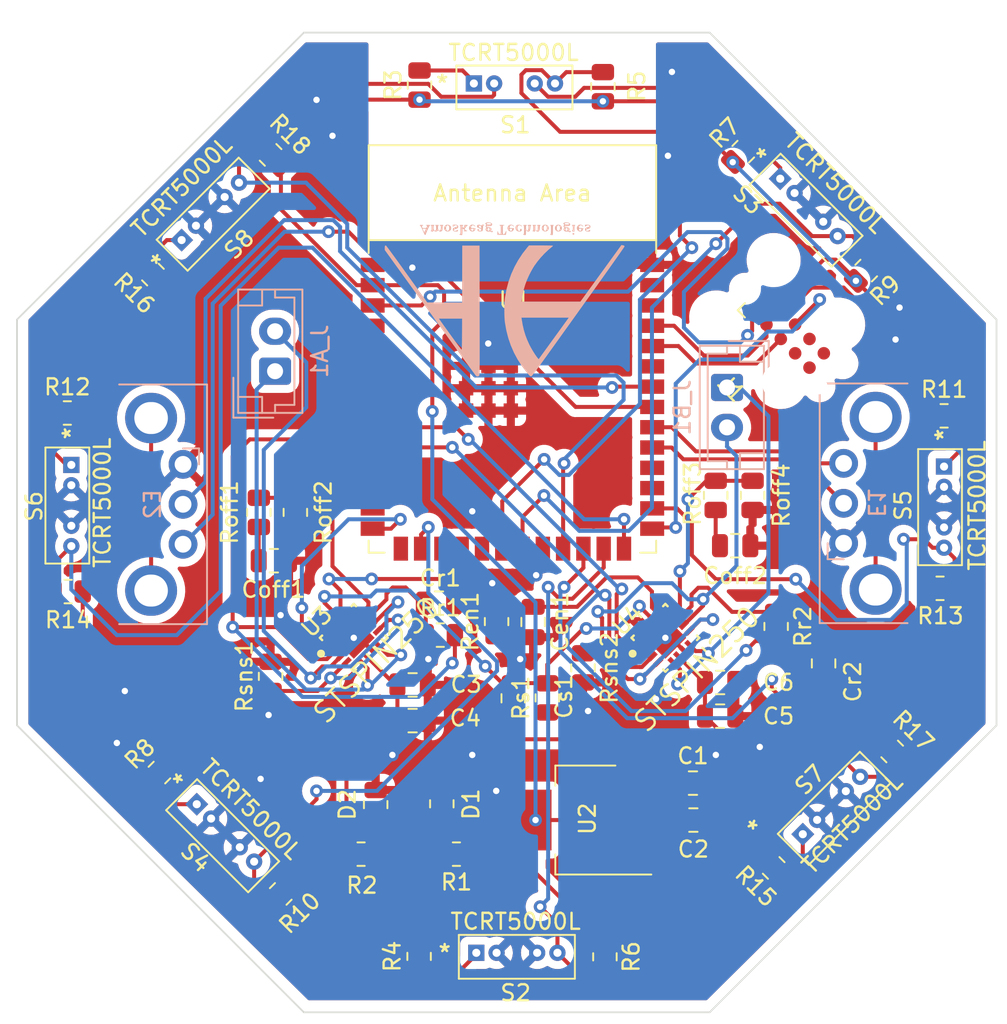
<source format=kicad_pcb>
(kicad_pcb (version 20211014) (generator pcbnew)
  (layers (0 "F.Cu" signal) (31 "B.Cu" signal) (34 "B.Paste" user) (35 "F.Paste" user) (36 "B.SilkS" user "B.Silkscreen") (37 "F.SilkS" user "F.Silkscreen") (38 "B.Mask" user) (39 "F.Mask" user) (44 "Edge.Cuts" user))
  (net 0 "")
  (net 1 "+5V")
  (net 2 "GND")
  (net 3 "+3V3")
  (net 4 "/PHB")
  (net 5 "/PWM B")
  (net 6 "/PHA")
  (net 7 "/PWM A")
  (net 8 "/Driver_A En")
  (net 9 "/Driver_A S{slash}R")
  (net 10 "Net-(Coff1-Pad1)")
  (net 11 "Net-(Coff2-Pad1)")
  (net 12 "Net-(Cr1-Pad1)")
  (net 13 "Net-(Cr2-Pad1)")
  (net 14 "Net-(D1-Pad2)")
  (net 15 "Net-(D2-Pad2)")
  (net 16 "unconnected-(E1-Pad4)")
  (net 17 "unconnected-(E2-Pad4)")
  (net 18 "/L_Signal_A")
  (net 19 "/L_Signal_B")
  (net 20 "Net-(R3-Pad2)")
  (net 21 "/R_Signal_A")
  (net 22 "/R_Signal_B")
  (net 23 "Net-(R4-Pad2)")
  (net 24 "/Motor En")
  (net 25 "Net-(R7-Pad2)")
  (net 26 "Net-(R8-Pad2)")
  (net 27 "/Motor S{slash}R")
  (net 28 "/Motor Controller Right/Motor_Out2")
  (net 29 "/Motor Controller Right/Motor_Out1")
  (net 30 "/Motor Controller Left/Motor_Out2")
  (net 31 "/Motor Controller Left/Motor_Out1")
  (net 32 "Net-(R11-Pad2)")
  (net 33 "Net-(R12-Pad2)")
  (net 34 "Net-(R15-Pad2)")
  (net 35 "Net-(R16-Pad2)")
  (net 36 "Net-(Roff1-Pad1)")
  (net 37 "Net-(Roff3-Pad1)")
  (net 38 "Net-(Rsns1-Pad1)")
  (net 39 "Net-(Rsns2-Pad1)")
  (net 40 "/Motor Controller Left/Motor Enable")
  (net 41 "/Motor Controller Left/Motor S{slash}R")
  (net 42 "/IR1")
  (net 43 "/IR5")
  (net 44 "/IR2")
  (net 45 "/IR6")
  (net 46 "/IR3")
  (net 47 "/IR7")
  (net 48 "/IR4")
  (net 49 "/IR8")
  (net 62 "/Enable")
  (net 63 "/Tx")
  (net 64 "/Rx")
  (net 65 "/Boot")
  (footprint "Capacitor_SMD:C_0805_2012Metric" (layer "F.Cu") (at 132.7658 97.8662 180)
    (fp_text reference "C3")
    (fp_text value "22 uF")
  )
  (footprint "Capacitor_SMD:C_0805_2012Metric" (layer "F.Cu") (at 158.496 96.52 -90)
    (fp_text reference "Cr2")
    (fp_text value "10000 pF")
  )
  (footprint "Resistor_SMD:R_0805_2012Metric" (layer "F.Cu") (at 133.1976 60.325 90)
    (fp_text reference "R3")
    (fp_text value "550R")
  )
  (footprint "Connector:Tag-Connect_TC2050-IDC-FP_2x05_P1.27mm_Vertical" (layer "F.Cu") (at 156.265165 75.765165 -45)
    (fp_text reference "J1")
    (fp_text value "PRG")
  )
  (footprint "Capacitor_SMD:C_0805_2012Metric" (layer "F.Cu") (at 150.3172 104.013)
    (fp_text reference "C1")
    (fp_text value "2.2 µF")
  )
  (footprint "Resistor_SMD:R_0805_2012Metric" (layer "F.Cu") (at 124.5108 110.9472 -135)
    (fp_text reference "R10")
    (fp_text value "1.5K")
  )
  (footprint "Resistor_SMD:R_0805_2012Metric" (layer "F.Cu") (at 165.7858 91.821)
    (fp_text reference "R13")
    (fp_text value "1.5K")
  )
  (footprint "Resistor_SMD:R_0805_2012Metric" (layer "F.Cu") (at 155.3718 109.3216 -45)
    (fp_text reference "R15")
    (fp_text value "550R")
  )
  (footprint "Amoskeag_KiCAD_Lib:TCRT5000L" (layer "F.Cu") (at 136.6012 60.2234)
    (fp_text reference "S1")
    (fp_text value "TCRT5000L")
  )
  (footprint "Amoskeag_KiCAD_Lib:TCRT5000L" (layer "F.Cu") (at 111.4004 84.0994 -90)
    (fp_text reference "S6")
    (fp_text value "TCRT5000L")
  )
  (footprint "Resistor_SMD:R_0805_2012Metric" (layer "F.Cu") (at 162.7886 102.0318 -45)
    (fp_text reference "R17")
    (fp_text value "1.5K")
  )
  (footprint "Capacitor_SMD:C_0805_2012Metric" (layer "F.Cu") (at 152.9588 89.154)
    (fp_text reference "Coff2")
    (fp_text value "22 nF")
  )
  (footprint "Package_TO_SOT_SMD:SOT-223-3_TabPin2" (layer "F.Cu") (at 143.6116 106.3244 180)
    (fp_text reference "U2")
    (fp_text value "AMS1117-3.3")
  )
  (footprint "Capacitor_SMD:C_0805_2012Metric" (layer "F.Cu") (at 132.7658 100.1014)
    (fp_text reference "C4")
    (fp_text value "2.2 uF")
  )
  (footprint "Resistor_SMD:R_0805_2012Metric" (layer "F.Cu") (at 154.051 86.0044 -90)
    (fp_text reference "Roff4")
    (fp_text value "47 KΩ")
  )
  (footprint "Amoskeag_KiCAD_Lib:TCRT5000L" (layer "F.Cu") (at 155.78057 66.184881 -45)
    (fp_text reference "S3")
    (fp_text value "TCRT5000L")
  )
  (footprint "Espressif:ESP32-S3-WROOM-1" (layer "F.Cu") (at 139.0142 79.839)
    (fp_text reference "U1")
    (fp_text value "ESP32-S3-WROOM-1")
  )
  (footprint "Capacitor_SMD:C_0805_2012Metric" (layer "F.Cu") (at 152.019 99.822 180)
    (fp_text reference "C5")
    (fp_text value "22 uF")
  )
  (footprint "Resistor_SMD:R_0805_2012Metric" (layer "F.Cu") (at 161.163 71.9328 45)
    (fp_text reference "R9")
    (fp_text value "1.5K")
  )
  (footprint "Amoskeag_KiCAD_Lib:TCRT5000L" (layer "F.Cu") (at 157.193081 107.211031 45)
    (fp_text reference "S7")
    (fp_text value "TCRT5000L")
  )
  (footprint "Resistor_SMD:R_0805_2012Metric" (layer "F.Cu") (at 141.1986 98.679 90)
    (fp_text reference "Rs1")
    (fp_text value "18 KΩ")
  )
  (footprint "Amoskeag_KiCAD_Lib:ST_Microelectronics-STSPIN250-0" (layer "F.Cu") (at 129.0828 94.9198 45)
    (fp_text reference "U3")
    (fp_text value "STSPIN250")
  )
  (footprint "Resistor_SMD:R_0805_2012Metric" (layer "F.Cu") (at 134.5 94.75 180)
    (fp_text reference "Rr1")
    (fp_text value "750 KΩ")
  )
  (footprint "Amoskeag_KiCAD_Lib:ST_Microelectronics-STSPIN250-0" (layer "F.Cu") (at 148.59 94.9198 45)
    (fp_text reference "U4")
    (fp_text value "STSPIN250")
  )
  (footprint "Resistor_SMD:R_0805_2012Metric" (layer "F.Cu") (at 151.7396 86.0044 -90)
    (fp_text reference "Roff3")
    (fp_text value "1 KΩ")
  )
  (footprint "Capacitor_SMD:C_0805_2012Metric" (layer "F.Cu") (at 150.3426 106.3244)
    (fp_text reference "C2")
    (fp_text value "2.2 µF")
  )
  (footprint "Resistor_SMD:R_0805_2012Metric" (layer "F.Cu") (at 144.6784 60.4266 90)
    (fp_text reference "R5")
    (fp_text value "1.5K")
  )
  (footprint "Resistor_SMD:R_0805_2012Metric" (layer "F.Cu") (at 123.1392 87.0693 -90)
    (fp_text reference "Roff1")
    (fp_text value "1 KΩ")
  )
  (footprint "Resistor_SMD:R_0805_2012Metric" (layer "F.Cu") (at 166.0398 81.026)
    (fp_text reference "R11")
    (fp_text value "550R")
  )
  (footprint "Resistor_SMD:R_0805_2012Metric" (layer "F.Cu") (at 116.9162 103.3526 -135)
    (fp_text reference "R8")
    (fp_text value "550R")
  )
  (footprint "Amoskeag_KiCAD_Lib:TCRT5000L" (layer "F.Cu") (at 166.0358 84.201 -90)
    (fp_text reference "S5")
    (fp_text value "TCRT5000L")
  )
  (footprint "Amoskeag_KiCAD_Lib:TCRT5000L" (layer "F.Cu") (at 118.305681 70.025431 45)
    (fp_text reference "S8")
    (fp_text value "TCRT5000L")
  )
  (footprint "Resistor_SMD:R_0805_2012Metric" (layer "F.Cu") (at 123.8758 97.3328 90)
    (fp_text reference "Rsns1")
    (fp_text value "330 mΩ")
  )
  (footprint "Resistor_SMD:R_0805_2012Metric" (layer "F.Cu") (at 134.5946 105.3084 -90)
    (fp_text reference "D1")
    (fp_text value "LED")
  )
  (footprint "Resistor_SMD:R_0805_2012Metric" (layer "F.Cu") (at 125.4252 87.0693 -90)
    (fp_text reference "Roff2")
    (fp_text value "47 KΩ")
  )
  (footprint "Resistor_SMD:R_0805_2012Metric" (layer "F.Cu") (at 138.0236 93.9038 90)
    (fp_text reference "Ren1")
    (fp_text value "18 KΩ")
  )
  (footprint "Resistor_SMD:R_0805_2012Metric" (layer "F.Cu") (at 129.54 108.458 180)
    (fp_text reference "R2")
    (fp_text value "2K ")
  )
  (footprint "Resistor_SMD:R_0805_2012Metric" (layer "F.Cu") (at 155.5242 94.2086 90)
    (fp_text reference "Rr2")
    (fp_text value "750 KΩ")
  )
  (footprint "Capacitor_SMD:C_0805_2012Metric" (layer "F.Cu") (at 152.019 97.7138)
    (fp_text reference "C6")
    (fp_text value "2.2 uF")
  )
  (footprint "Resistor_SMD:R_0805_2012Metric" (layer "F.Cu") (at 133.1722 114.8588 -90)
    (fp_text reference "R4")
    (fp_text value "550R")
  )
  (footprint "Resistor_SMD:R_0805_2012Metric" (layer "F.Cu") (at 111.1504 80.8482 180)
    (fp_text reference "R12")
    (fp_text value "550R")
  )
  (footprint "Amoskeag_KiCAD_Lib:TCRT5000L" (layer "F.Cu") (at 136.7536 114.6342)
    (fp_text reference "S2")
    (fp_text value "TCRT5000L")
  )
  (footprint "Resistor_SMD:R_0805_2012Metric" (layer "F.Cu") (at 123.8758 64.6938 135)
    (fp_text reference "R18")
    (fp_text value "1.5K")
  )
  (footprint "Resistor_SMD:R_0805_2012Metric" (layer "F.Cu") (at 143.4338 96.7994 -90)
    (fp_text reference "Rsns2")
    (fp_text value "330 mΩ")
  )
  (footprint "Capacitor_SMD:C_0805_2012Metric" (layer "F.Cu") (at 140.3096 93.9292 -90)
    (fp_text reference "Cen1")
    (fp_text value "1 nF")
  )
  (footprint "Resistor_SMD:R_0805_2012Metric" (layer "F.Cu") (at 153.4668 64.4906 45)
    (fp_text reference "R7")
    (fp_text value "550R")
  )
  (footprint "Capacitor_SMD:C_0805_2012Metric" (layer "F.Cu") (at 139.065 98.7044 -90)
    (fp_text reference "Cs1")
    (fp_text value "10 nF")
  )
  (footprint "Resistor_SMD:R_0805_2012Metric" (layer "F.Cu") (at 111.2012 92.0242 180)
    (fp_text reference "R14")
    (fp_text value "1.5K")
  )
  (footprint "Capacitor_SMD:C_0805_2012Metric" (layer "F.Cu") (at 134.4168 92.75)
    (fp_text reference "Cr1")
    (fp_text value "10000 pF")
  )
  (footprint "Amoskeag_KiCAD_Lib:TCRT5000L" (layer "F.Cu") (at 119.253 105.3338 -45)
    (fp_text reference "S4")
    (fp_text value "TCRT5000L")
  )
  (footprint "Resistor_SMD:R_0805_2012Metric" (layer "F.Cu") (at 130.4544 105.3592 -90)
    (fp_text reference "D2")
    (fp_text value "LED")
  )
  (footprint "Resistor_SMD:R_0805_2012Metric" (layer "F.Cu") (at 135.509 108.458)
    (fp_text reference "R1")
    (fp_text value "2K")
  )
  (footprint "Resistor_SMD:R_0805_2012Metric" (layer "F.Cu") (at 116.5098 72.1868 135)
    (fp_text reference "R16")
    (fp_text value "550R")
  )
  (footprint "Capacitor_SMD:C_0805_2012Metric" (layer "F.Cu") (at 124.079 90.0938)
    (fp_text reference "Coff1")
    (fp_text value "22 nF")
  )
  (footprint "Resistor_SMD:R_0805_2012Metric" (layer "F.Cu") (at 144.8054 114.8842 -90)
    (fp_text reference "R6")
    (fp_text value "1.5K")
  )
  (footprint "Amoskeag_KiCAD_Lib:ATLogo" (layer "B.Cu") (at 138.516248 73.536128)
    (fp_text reference "G***" hide)
    (fp_text value "LOGO" hide)
  )
  (footprint "Amoskeag_KiCAD_Lib:Kailh Encoder 9mm" (layer "B.Cu") (at 116.3948 86.5632 -90)
    (fp_text reference "E2")
    (fp_text value "Encoder_R")
  )
  (footprint "Connector_JST:JST_EH_B2B-EH-A_1x02_P2.50mm_Vertical" (layer "B.Cu") (at 124.1552 78.232 90)
    (fp_text reference "J_A1")
    (fp_text value "Motor A Output")
  )
  (footprint "Connector_JST:JST_EH_B2B-EH-A_1x02_P2.50mm_Vertical" (layer "B.Cu") (at 152.45 79.25 -90)
    (fp_text reference "J_B1")
    (fp_text value "Motor B Output")
  )
  (footprint "Amoskeag_KiCAD_Lib:Kailh Encoder 9mm" (layer "B.Cu") (at 161.75 86.5 90)
    (fp_text reference "E1")
    (fp_text value "Encoder_L")
  )
  (gr_line (start 108 75) (end 125.96051 57.03949) (layer "Edge.Cuts") (width 0.1))
  (gr_line (start 125.96051 57.03949) (end 151.36051 57.03949) (layer "Edge.Cuts") (width 0.1))
  (gr_line (start 125.96051 118.36051) (end 108 100.4) (layer "Edge.Cuts") (width 0.1))
  (gr_line (start 151.36051 118.36051) (end 125.96051 118.36051) (layer "Edge.Cuts") (width 0.1))
  (gr_line (start 151.36051 57.03949) (end 169.32102 75) (layer "Edge.Cuts") (width 0.1))
  (gr_line (start 169.32102 100.4) (end 151.36051 118.36051) (layer "Edge.Cuts") (width 0.1))
  (gr_line (start 108 100.4) (end 108 75) (layer "Edge.Cuts") (width 0.1))
  (gr_line (start 169.32102 75) (end 169.32102 100.4) (layer "Edge.Cuts") (width 0.1))
  (segment (start 136.4215 104.3197) (end 139.4714 101.2698) (width 0.25) (layer "F.Cu") (net 1))
  (segment (start 144.007 101.2698) (end 146.7616 104.0244) (width 0.25) (layer "F.Cu") (net 1))
  (segment (start 149.3672 104.013) (end 149.3558 104.0244) (width 0.25) (layer "F.Cu") (net 1))
  (segment (start 149.3558 104.0244) (end 146.7616 104.0244) (width 0.25) (layer "F.Cu") (net 1))
  (segment (start 136.4215 108.458) (end 136.4215 104.3197) (width 0.25) (layer "F.Cu") (net 1))
  (segment (start 139.4714 101.2698) (end 144.007 101.2698) (width 0.25) (layer "F.Cu") (net 1))
  (segment (start 147.43388 94.117234) (end 148.236446 94.9198) (width 0.25) (layer "F.Cu") (net 2))
  (segment (start 157.75 73) (end 159 73) (width 0.25) (layer "F.Cu") (net 2))
  (segment (start 147.43388 94.117234) (end 147.066646 93.75) (width 0.25) (layer "F.Cu") (net 2))
  (segment (start 128.729246 94.9198) (end 127.92668 94.117234) (width 0.25) (layer "F.Cu") (net 2))
  (segment (start 127.25 94.14766) (end 127.25 93.75) (width 0.25) (layer "F.Cu") (net 2))
  (segment (start 149.74612 95.722366) (end 149.446349 95.422595) (width 0.25) (layer "F.Cu") (net 2))
  (segment (start 142.944088 61.055912) (end 143.5 60.5) (width 0.25) (layer "F.Cu") (net 2))
  (segment (start 140.4112 60.223401) (end 141.243711 61.055912) (width 0.25) (layer "F.Cu") (net 2))
  (segment (start 149.74612 95.722366) (end 148.943554 94.9198) (width 0.25) (layer "F.Cu") (net 2))
  (segment (start 156.331873 74.418127) (end 157.75 73) (width 0.25) (layer "F.Cu") (net 2))
  (segment (start 129.939149 95.422595) (end 129.8956 95.422595) (width 0.25) (layer "F.Cu") (net 2))
  (segment (start 127.75 60.25) (end 126.75 61.25) (width 0.25) (layer "F.Cu") (net 2))
  (segment (start 133.75 60.25) (end 127.75 60.25) (width 0.25) (layer "F.Cu") (net 2))
  (segment (start 146.75 93.75) (end 146.75 94.14046) (width 0.25) (layer "F.Cu") (net 2))
  (segment (start 137.8712 60.941821) (end 137.757109 61.055912) (width 0.25) (layer "F.Cu") (net 2))
  (segment (start 143.5 60.5) (end 148.5 60.5) (width 0.25) (layer "F.Cu") (net 2))
  (segment (start 134.555912 61.055912) (end 133.75 60.25) (width 0.25) (layer "F.Cu") (net 2))
  (segment (start 148.5 60.5) (end 149 60) (width 0.25) (layer "F.Cu") (net 2))
  (segment (start 149 60) (end 149 59.5) (width 0.25) (layer "F.Cu") (net 2))
  (segment (start 129.0828 94.9198) (end 128.729246 94.9198) (width 0.25) (layer "F.Cu") (net 2))
  (segment (start 147.066646 93.75) (end 146.75 93.75) (width 0.25) (layer "F.Cu") (net 2))
  (segment (start 130.23892 95.722366) (end 129.939149 95.422595) (width 0.25) (layer "F.Cu") (net 2))
  (segment (start 127.559446 93.75) (end 127.92668 94.117234) (width 0.25) (layer "F.Cu") (net 2))
  (segment (start 141.243711 61.055912) (end 142.944088 61.055912) (width 0.25) (layer "F.Cu") (net 2))
  (segment (start 137.8712 60.223401) (end 137.8712 60.941821) (width 0.25) (layer "F.Cu") (net 2))
  (segment (start 127.25 93.75) (end 127.559446 93.75) (width 0.25) (layer "F.Cu") (net 2))
  (segment (start 148.236446 94.9198) (end 148.59 94.9198) (width 0.25) (layer "F.Cu") (net 2))
  (segment (start 127.573127 94.470787) (end 127.25 94.14766) (width 0.25) (layer "F.Cu") (net 2))
  (segment (start 148.943554 94.9198) (end 148.59 94.9198) (width 0.25) (layer "F.Cu") (net 2))
  (segment (start 146.75 94.14046) (end 147.080327 94.470787) (width 0.25) (layer "F.Cu") (net 2))
  (segment (start 137.757109 61.055912) (end 134.555912 61.055912) (width 0.25) (layer "F.Cu") (net 2))
  (segment (start 159.75 73) (end 163 76.25) (width 0.25) (layer "F.Cu") (net 2))
  (segment (start 159 73) (end 159.75 73) (width 0.25) (layer "F.Cu") (net 2))
  (segment (start 155.816152 74.418127) (end 156.331873 74.418127) (width 0.25) (layer "F.Cu") (net 2))
  (via (at 149 59.5) (size 0.8) (drill 0.4) (layers "F.Cu" "B.Cu") (net 2))
  (via (at 136.5 87) (size 0.8) (drill 0.4) (layers "F.Cu" "B.Cu") (net 2))
  (via (at 151.75 102.25) (size 0.8) (drill 0.4) (layers "F.Cu" "B.Cu") (net 2))
  (via (at 131.5 102.25) (size 0.8) (drill 0.4) (layers "F.Cu" "B.Cu") (net 2))
  (via (at 143.75 99.5) (size 0.8) (drill 0.4) (layers "F.Cu" "B.Cu") (net 2))
  (via (at 140.5 91) (size 0.8) (drill 0.4) (layers "F.Cu" "B.Cu") (net 2))
  (via (at 127.75 63.5) (size 0.8) (drill 0.4) (layers "F.Cu" "B.Cu") (net 2))
  (via (at 133.75 96.25) (size 0.8) (drill 0.4) (layers "F.Cu" "B.Cu") (net 2))
  (via (at 138 104.5) (size 0.8) (drill 0.4) (layers "F.Cu" "B.Cu") (net 2))
  (via (at 139.5 96.25) (size 0.8) (drill 0.4) (layers "F.Cu" "B.Cu") (net 2))
  (via (at 148.59 94.9198) (size 0.8) (drill 0.4) (layers "F.Cu" "B.Cu") (net 2))
  (via (at 154.5 101.75) (size 0.8) (drill 0.4) (layers "F.Cu" "B.Cu") (net 2))
  (via (at 163 76.25) (size 0.8) (drill 0.4) (layers "F.Cu" "B.Cu") (net 2))
  (via (at 132.75 71.75) (size 0.8) (drill 0.4) (layers "F.Cu" "B.Cu") (net 2))
  (via (at 163.25 74.25) (size 0.8) (drill 0.4) (layers "F.Cu" "B.Cu") (net 2))
  (via (at 124.5 93.5) (size 0.8) (drill 0.4) (layers "F.Cu" "B.Cu") (net 2))
  (via (at 137.75 91.5) (size 0.8) (drill 0.4) (layers "F.Cu" "B.Cu") (net 2))
  (via (at 136.5 102.25) (size 0.8) (drill 0.4) (layers "F.Cu" "B.Cu") (net 2))
  (via (at 114.25 101.5) (size 0.8) (drill 0.4) (layers "F.Cu" "B.Cu") (net 2))
  (via (at 123.75 99.75) (size 0.8) (drill 0.4) (layers "F.Cu" "B.Cu") (net 2))
  (via (at 126.75 61.25) (size 0.8) (drill 0.4) (layers "F.Cu" "B.Cu") (net 2))
  (via (at 137.5 76.5) (size 0.8) (drill 0.4) (layers "F.Cu" "B.Cu") (net 2))
  (via (at 148.75 64.75) (size 0.8) (drill 0.4) (layers "F.Cu" "B.Cu") (net 2))
  (via (at 129.0828 94.9198) (size 0.8) (drill 0.4) (layers "F.Cu" "B.Cu") (net 2))
  (via (at 148 98.75) (size 0.8) (drill 0.4) (layers "F.Cu" "B.Cu") (net 2))
  (via (at 114.75 98.25) (size 0.8) (drill 0.4) (layers "F.Cu" "B.Cu") (net 2))
  (via (at 123.25 103.75) (size 0.8) (drill 0.4) (layers "F.Cu" "B.Cu") (net 2))
  (segment (start 134.73681 73.23681) (end 134.73681 75.01319) (width 0.25) (layer "F.Cu") (net 3))
  (segment (start 154.5 110.75) (end 154.5 108.90293) (width 0.25) (layer "F.Cu") (net 3))
  (segment (start 124.525965 65.339035) (end 128.6275 61.2375) (width 0.25) (layer "F.Cu") (net 3))
  (segment (start 124.521035 68.105835) (end 124.521035 65.339035) (width 0.25) (layer "F.Cu") (net 3))
  (segment (start 128.6275 61.2375) (end 133.1976 61.2375) (width 0.25) (layer "F.Cu") (net 3))
  (segment (start 140.4616 106.3244) (end 146.7616 106.3244) (width 0.25) (layer "F.Cu") (net 3))
  (segment (start 122.18826 64.455152) (end 121.448264 65.195148) (width 0.25) (layer "F.Cu") (net 3))
  (segment (start 124.156891 112.75) (end 123.839405 112.75) (width 0.25) (layer "F.Cu") (net 3))
  (segment (start 165.5 101) (end 165.5 102.25) (width 0.25) (layer "F.Cu") (net 3))
  (segment (start 131.8158 100.1014) (end 131.8158 97.8662) (width 0.25) (layer "F.Cu") (net 3))
  (segment (start 121.448264 65.195148) (end 120.804852 65.195148) (width 0.25) (layer "F.Cu") (net 3))
  (segment (start 149.3926 107.5588) (end 149.3926 106.3244) (width 0.25) (layer "F.Cu") (net 3))
  (segment (start 128.6256 108.4561) (end 128.6275 108.458) (width 0.25) (layer "F.Cu") (net 3))
  (segment (start 125.871 110.871) (end 125.871 111.035891) (width 0.25) (layer "F.Cu") (net 3))
  (segment (start 140.4616 107.4932) (end 140.4616 106.3244) (width 0.25) (layer "F.Cu") (net 3))
  (segment (start 154.726565 103.479565) (end 154.726565 108.676365) (width 0.25) (layer "F.Cu") (net 3))
  (segment (start 122.152232 64.419123) (end 122.18826 64.455152) (width 0.25) (layer "F.Cu") (net 3))
  (segment (start 125.871 111.035891) (end 124.156891 112.75) (width 0.25) (layer "F.Cu") (net 3))
  (segment (start 129.885366 96.07592) (end 131.675646 97.8662) (width 0.25) (layer "F.Cu") (net 3))
  (segment (start 130.2642 72.849) (end 134.349 72.849) (width 0.25) (layer "F.Cu") (net 3))
  (segment (start 158.5 71.25) (end 156.229899 73.520101) (width 0.25) (layer "F.Cu") (net 3))
  (segment (start 164.8733 91.821) (end 164.8733 98.65663) (width 0.25) (layer "F.Cu") (net 3))
  (segment (start 155.25 111.5) (end 154.5 110.75) (width 0.25) (layer "F.Cu") (net 3))
  (segment (start 134.349 72.849) (end 134.73681 73.23681) (width 0.25) (layer "F.Cu") (net 3))
  (segment (start 137.0838 110.871) (end 137.3505 110.6043) (width 0.25) (layer "F.Cu") (net 3))
  (segment (start 117.155035 75.756065) (end 117.155035 72.832035) (width 0.25) (layer "F.Cu") (net 3))
  (segment (start 124.521035 63.890144) (end 123.601123 62.970232) (width 0.25) (layer "F.Cu") (net 3))
  (segment (start 149.3926 106.3244) (end 146.7616 106.3244) (width 0.25) (layer "F.Cu") (net 3))
  (segment (start 144.8054 113.9717) (end 140.4616 109.6279) (width 0.25) (layer "F.Cu") (net 3))
  (segment (start 156.229899 73.520101) (end 154.918127 73.520101) (width 0.25) (layer "F.Cu") (net 3))
  (segment (start 123.125173 62.970232) (end 122.152232 63.943173) (width 0.25) (layer "F.Cu") (net 3))
  (segment (start 150.510165 108.676365) (end 149.3926 107.5588) (width 0.25) (layer "F.Cu") (net 3))
  (segment (start 124.521035 65.339035) (end 124.525965 65.339035) (width 0.25) (layer "F.Cu") (net 3))
  (segment (start 115 103.910595) (end 115 103.819909) (width 0.25) (layer "F.Cu") (net 3))
  (segment (start 151.069 99.822) (end 154.726565 103.479565) (width 0.25) (layer "F.Cu") (net 3))
  (segment (start 125.72507 110.871) (end 125.871 110.871) (width 0.25) (layer "F.Cu") (net 3))
  (segment (start 140.4616 109.6279) (end 140.4616 106.3244) (width 0.25) (layer "F.Cu") (net 3))
  (segment (start 164.014965 99.514965) (end 162.143365 101.386565) (width 0.25) (layer "F.Cu") (net 3))
  (segment (start 134.75 75) (end 134 75.75) (width 0.25) (layer "F.Cu") (net 3))
  (segment (start 151.030446 97.7138) (end 149.392566 96.07592) (width 0.25) (layer "F.Cu") (net 3))
  (segment (start 165.5 102.25) (end 156.25 111.5) (width 0.25) (layer "F.Cu") (net 3))
  (segment (start 112.1137 92.0242) (end 112.1137 97.25963) (width 0.25) (layer "F.Cu") (net 3))
  (segment (start 112.1137 97.25963) (end 117.561435 102.707365) (width 0.25) (layer "F.Cu") (net 3))
  (segment (start 125.871 110.871) (end 129.3622 110.871) (width 0.25) (layer "F.Cu") (net 3))
  (segment (start 131.8158 100.1014) (end 131.8006 100.1014) (width 0.25) (layer "F.Cu") (net 3))
  (segment (start 137.3505 110.6043) (end 140.4616 107.4932) (width 0.25) (layer "F.Cu") (net 3))
  (segment (start 149.02483 61.3391) (end 152.821565 65.135835) (width 0.25) (layer "F.Cu") (net 3))
  (segment (start 154.5 108.90293) (end 154.726565 108.676365) (width 0.25) (layer "F.Cu") (net 3))
  (segment (start 125.156035 110.301965) (end 125.72507 110.871) (width 0.25) (layer "F.Cu") (net 3))
  (segment (start 160.517765 72.578035) (end 160.517765 72.517765) (width 0.25) (layer "F.Cu") (net 3))
  (segment (start 159.25 71.25) (end 158.5 71.25) (width 0.25) (layer "F.Cu") (net 3))
  (segment (start 128.6275 108.458) (end 128.6275 110.1363) (width 0.25) (layer "F.Cu") (net 3))
  (segment (start 152.8064 65.151) (end 152.821565 65.135835) (width 0.25) (layer "F.Cu") (net 3))
  (segment (start 156.25 111.5) (end 155.25 111.5) (width 0.25) (layer "F.Cu") (net 3))
  (segment (start 128.6256 103.2764) (end 128.6256 108.4561) (width 0.25) (layer "F.Cu") (net 3))
  (segment (start 131.8006 100.1014) (end 128.6256 103.2764) (width 0.25) (layer "F.Cu") (net 3))
  (segment (start 123.601123 62.970232) (end 123.125173 62.970232) (width 0.25) (layer "F.Cu") (net 3))
  (segment (start 124.521035 65.339035) (end 124.521035 63.890144) (width 0.25) (layer "F.Cu") (net 3))
  (segment (start 114.786232 71.213768) (end 114.786232 72.036232) (width 0.25) (layer "F.Cu") (net 3))
  (segment (start 164.014965 99.514965) (end 165.5 101) (width 0.25) (layer "F.Cu") (net 3))
  (segment (start 116.112544 102.707365) (end 117.561435 102.707365) (width 0.25) (layer "F.Cu") (net 3))
  (segment (start 130.2642 72.849) (end 129.2642 72.849) (width 0.25) (layer "F.Cu") (net 3))
  (segment (start 151.069 97.7138) (end 151.030446 97.7138) (width 0.25) (layer "F.Cu") (net 3))
  (segment (start 115 103.819909) (end 116.112544 102.707365) (width 0.25) (layer "F.Cu") (net 3))
  (segment (start 123.839405 112.75) (end 115 103.910595) (width 0.25) (layer "F.Cu") (net 3))
  (segment (start 112.0629 80.8482) (end 117.155035 75.756065) (width 0.25) (layer "F.Cu") (net 3))
  (segment (start 122.152232 63.943173) (end 122.152232 64.419123) (width 0.25) (layer "F.Cu") (net 3))
  (segment (start 154.726565 108.676365) (end 150.510165 108.676365) (width 0.25) (layer "F.Cu") (net 3))
  (segment (start 115.582035 72.832035) (end 117.155035 72.832035) (width 0.25) (layer "F.Cu") (net 3))
  (segment (start 120.804852 65.195148) (end 114.786232 71.213768) (width 0.25) (layer "F.Cu") (net 3))
  (segment (start 129.2642 72.849) (end 124.521035 68.105835) (width 0.25) (layer "F.Cu") (net 3))
  (segment (start 164.8733 98.65663) (end 164.014965 99.514965) (width 0.25) (layer "F.Cu") (net 3))
  (segment (start 133.1722 113.9463) (end 134.0085 113.9463) (width 0.25) (layer "F.Cu") (net 3))
  (segment (start 114.786232 72.036232) (end 115.582035 72.832035) (width 0.25) (layer "F.Cu") (net 3))
  (segment (start 151.069 99.822) (end 151.069 97.7138) (width 0.25) (layer "F.Cu") (net 3))
  (segment (start 129.3622 110.871) (end 137.0838 110.871) (width 0.25) (layer "F.Cu") (net 3))
  (segment (start 165.1273 77.18757) (end 160.517765 72.578035) (width 0.25) (layer "F.Cu") (net 3))
  (segment (start 160.517765 72.517765) (end 159.25 71.25) (width 0.25) (layer "F.Cu") (net 3))
  (segment (start 131.6736 97.8662) (end 131.8158 97.8662) (width 0.25) (layer "F.Cu") (net 3))
  (segment (start 128.6275 110.1363) (end 129.3622 110.871) (width 0.25) (layer "F.Cu") (net 3))
  (segment (start 134 75.75) (end 134 80.75) (width 0.25) (layer "F.Cu") (net 3))
  (segment (start 165.1273 81.026) (end 165.1273 77.18757) (width 0.25) (layer "F.Cu") (net 3))
  (segment (start 134.0085 113.9463) (end 137.3505 110.6043) (width 0.25) (layer "F.Cu") (net 3))
  (segment (start 144.6784 61.3391) (end 149.02483 61.3391) (width 0.25) (layer "F.Cu") (net 3))
  (segment (start 131.675646 97.8662) (end 131.8158 97.8662) (width 0.25) (layer "F.Cu") (net 3))
  (via (at 160.517765 72.578035) (size 0.8) (drill 0.4) (layers "F.Cu" "B.Cu") (net 3))
  (via (at 140.4616 106.3244) (size 0.8) (drill 0.4) (layers "F.Cu" "B.Cu") (net 3))
  (via (at 133.1976 61.2375) (size 0.8) (drill 0.4) (layers "F.Cu" "B.Cu") (net 3))
  (via (at 152.8064 65.151) (size 0.8) (drill 0.4) (layers "F.Cu" "B.Cu") (net 3))
  (via (at 134 80.75) (size 0.8) (drill 0.4) (layers "F.Cu" "B.Cu") (net 3))
  (via (at 144.6784 61.3391) (size 0.8) (drill 0.4) (layers "F.Cu" "B.Cu") (net 3))
  (segment (start 144.6784 61.3391) (end 133.2992 61.3391) (width 0.25) (layer "B.Cu") (net 3))
  (segment (start 133.2992 61.3391) (end 133.1976 61.2375) (width 0.25) (layer "B.Cu") (net 3))
  (segment (start 134 86.25) (end 140.4616 92.7116) (width 0.25) (layer "B.Cu") (net 3))
  (segment (start 140.4616 92.7116) (end 140.4616 106.3244) (width 0.25) (layer "B.Cu") (net 3))
  (segment (start 134 80.75) (end 134 86.25) (width 0.25) (layer "B.Cu") (net 3))
  (segment (start 160.517765 72.578035) (end 160.233435 72.578035) (width 0.25) (layer "B.Cu") (net 3))
  (segment (start 160.233435 72.578035) (end 152.8064 65.151) (width 0.25) (layer "B.Cu") (net 3))
  (segment (start 146.526636 95.75) (end 146.69914 95.75) (width 0.25) (layer "F.Cu") (net 4))
  (segment (start 145.542 92.183402) (end 145.542 94.765364) (width 0.25) (layer "F.Cu") (net 4))
  (segment (start 135.489 81.739) (end 130.2642 81.739) (width 0.25) (layer "F.Cu") (net 4))
  (segment (start 145.542 94.765364) (end 146.526636 95.75) (width 0.25) (layer "F.Cu") (net 4))
  (segment (start 146.69914 95.75) (end 147.080327 95.368813) (width 0.25) (layer "F.Cu") (net 4))
  (segment (start 145.862701 91.862701) (end 145.542 92.183402) (width 0.25) (layer "F.Cu") (net 4))
  (segment (start 136.25 82.5) (end 135.489 81.739) (width 0.25) (layer "F.Cu") (net 4))
  (via (at 136.25 82.5) (size 0.8) (drill 0.4) (layers "F.Cu" "B.Cu") (net 4))
  (via (at 145.862701 91.862701) (size 0.8) (drill 0.4) (layers "F.Cu" "B.Cu") (net 4))
  (segment (start 136.348 82.5) (end 136.25 82.5) (width 0.25) (layer "B.Cu") (net 4))
  (segment (start 145.710701 91.862701) (end 136.348 82.5) (width 0.25) (layer "B.Cu") (net 4))
  (segment (start 145.862701 91.862701) (end 145.710701 91.862701) (width 0.25) (layer "B.Cu") (net 4))
  (segment (start 145.084811 92.517311) (end 145.084811 94.242309) (width 0.25) (layer "F.Cu") (net 5))
  (segment (start 145.07712 94.25) (end 145.07712 94.936202) (width 0.25) (layer "F.Cu") (net 5))
  (segment (start 145.084811 94.242309) (end 145.07712 94.25) (width 0.25) (layer "F.Cu") (net 5))
  (segment (start 130.2732 83) (end 130.2642 83.009) (width 0.25) (layer "F.Cu") (net 5))
  (segment (start 146.906246 96.25) (end 147.43388 95.722366) (width 0.25) (layer "F.Cu") (net 5))
  (segment (start 146.390918 96.25) (end 146.906246 96.25) (width 0.25) (layer "F.Cu") (net 5))
  (segment (start 155.5242 95.1211) (end 154.2307 95.1211) (width 0.25) (layer "F.Cu") (net 5))
  (segment (start 154.2307 95.1211) (end 153.6446 95.7072) (width 0.25) (layer "F.Cu") (net 5))
  (segment (start 144.8175 92.25) (end 145.084811 92.517311) (width 0.25) (layer "F.Cu") (net 5))
  (segment (start 135.25 83) (end 130.2732 83) (width 0.25) (layer "F.Cu") (net 5))
  (segment (start 145.07712 94.936202) (end 146.390918 96.25) (width 0.25) (layer "F.Cu") (net 5))
  (via (at 144.8175 92.25) (size 0.8) (drill 0.4) (layers "F.Cu" "B.Cu") (net 5))
  (via (at 135.25 83) (size 0.8) (drill 0.4) (layers "F.Cu" "B.Cu") (net 5))
  (via (at 153.6446 95.7072) (size 0.8) (drill 0.4) (layers "F.Cu" "B.Cu") (net 5))
  (segment (start 135.2572 83.0072) (end 135.25 83) (width 0.25) (layer "B.Cu") (net 5))
  (segment (start 144.5486 92.25) (end 135.3058 83.0072) (width 0.25) (layer "B.Cu") (net 5))
  (segment (start 142.4686 95.504) (end 146.4646 99.5) (width 0.25) (layer "B.Cu") (net 5))
  (segment (start 149.8518 99.5) (end 153.6446 95.7072) (width 0.25) (layer "B.Cu") (net 5))
  (segment (start 144.8175 92.25) (end 144.5486 92.25) (width 0.25) (layer "B.Cu") (net 5))
  (segment (start 146.4646 99.5) (end 149.8518 99.5) (width 0.25) (layer "B.Cu") (net 5))
  (segment (start 144.8175 92.25) (end 144.316986 92.25) (width 0.25) (layer "B.Cu") (net 5))
  (segment (start 142.4686 94.098386) (end 142.4686 95.504) (width 0.25) (layer "B.Cu") (net 5))
  (segment (start 135.3058 83.0072) (end 135.2572 83.0072) (width 0.25) (layer "B.Cu") (net 5))
  (segment (start 144.316986 92.25) (end 142.4686 94.098386) (width 0.25) (layer "B.Cu") (net 5))
  (segment (start 126.436198 95.80048) (end 127.14146 95.80048) (width 0.25) (layer "F.Cu") (net 6))
  (segment (start 127.14146 95.80048) (end 127.573127 95.368813) (width 0.25) (layer "F.Cu") (net 6))
  (segment (start 125.8316 93.0402) (end 125.8316 95.195882) (width 0.25) (layer "F.Cu") (net 6))
  (segment (start 125.8316 95.195882) (end 126.436198 95.80048) (width 0.25) (layer "F.Cu") (net 6))
  (segment (start 131.411 88.089) (end 130.2642 88.089) (width 0.25) (layer "F.Cu") (net 6))
  (segment (start 132 87.5) (end 131.411 88.089) (width 0.25) (layer "F.Cu") (net 6))
  (via (at 132 87.5) (size 0.8) (drill 0.4) (layers "F.Cu" "B.Cu") (net 6))
  (via (at 125.8316 93.0402) (size 0.8) (drill 0.4) (layers "F.Cu" "B.Cu") (net 6))
  (segment (start 128.7556 87.5) (end 125.8316 90.424) (width 0.25) (layer "B.Cu") (net 6))
  (segment (start 132 87.5) (end 128.7556 87.5) (width 0.25) (layer "B.Cu") (net 6))
  (segment (start 125.8316 90.424) (end 125.8316 93.0402) (width 0.25) (layer "B.Cu") (net 6))
  (segment (start 121.5 83.574178) (end 122.574178 82.5) (width 0.25) (layer "F.Cu") (net 7))
  (segment (start 127.399046 96.25) (end 126.25 96.25) (width 0.25) (layer "F.Cu") (net 7))
  (segment (start 126.25 96.25) (end 124.25 94.25) (width 0.25) (layer "F.Cu") (net 7))
  (segment (start 124.25 94.25) (end 121.5 94.25) (width 0.25) (layer "F.Cu") (net 7))
  (segment (start 127.92668 95.722366) (end 127.399046 96.25) (width 0.25) (layer "F.Cu") (net 7))
  (segment (start 135.4125 96.3375) (end 135.25 96.5) (width 0.25) (layer "F.Cu") (net 7))
  (segment (start 122.574178 82.5) (end 126.25 82.5) (width 0.25) (layer "F.Cu") (net 7))
  (segment (start 127.5 77.25) (end 129.361 75.389) (width 0.25) (layer "F.Cu") (net 7))
  (segment (start 127.5 81.25) (end 127.5 77.25) (width 0.25) (layer "F.Cu") (net 7))
  (segment (start 126.25 82.5) (end 127.5 81.25) (width 0.25) (layer "F.Cu") (net 7))
  (segment (start 129.361 75.389) (end 130.2642 75.389) (width 0.25) (layer "F.Cu") (net 7))
  (segment (start 121.5 94.25) (end 121.5 83.574178) (width 0.25) (layer "F.Cu") (net 7))
  (segment (start 135.4125 94.75) (end 135.4125 96.3375) (width 0.25) (layer "F.Cu") (net 7))
  (via (at 135.25 96.5) (size 0.8) (drill 0.4) (layers "F.Cu" "B.Cu") (net 7))
  (via (at 121.5 94.25) (size 0.8) (drill 0.4) (layers "F.Cu" "B.Cu") (net 7))
  (segment (start 133.133889 98.616111) (end 125.866111 98.616111) (width 0.25) (layer "B.Cu") (net 7))
  (segment (start 125.866111 98.616111) (end 121.5 94.25) (width 0.25) (layer "B.Cu") (net 7))
  (segment (start 135.25 96.5) (end 133.133889 98.616111) (width 0.25) (layer "B.Cu") (net 7))
  (segment (start 123.129 87.992) (end 123.1392 87.9818) (width 0.25) (layer "F.Cu") (net 10))
  (segment (start 123.129 90.0938) (end 123.129 87.992) (width 0.25) (layer "F.Cu") (net 10))
  (segment (start 151.7396 88.8848) (end 152.0088 89.154) (width 0.25) (layer "F.Cu") (net 11))
  (segment (start 151.7396 86.9169) (end 151.7396 88.8848) (width 0.25) (layer "F.Cu") (net 11))
  (segment (start 132.334 91.7702) (end 133.4668 92.903) (width 0.25) (layer "F.Cu") (net 12))
  (segment (start 133.5875 92.8707) (end 133.4668 92.75) (width 0.25) (layer "F.Cu") (net 12))
  (segment (start 129.885366 93.76368) (end 131.126889 92.522157) (width 0.25) (layer "F.Cu") (net 12))
  (segment (start 133.5875 94.75) (end 133.5875 92.8707) (width 0.25) (layer "F.Cu") (net 12))
  (segment (start 131.126889 92.522157) (end 131.126889 92.164511) (width 0.25) (layer "F.Cu") (net 12))
  (segment (start 131.126889 92.164511) (end 131.5212 91.7702) (width 0.25) (layer "F.Cu") (net 12))
  (segment (start 131.5212 91.7702) (end 132.334 91.7702) (width 0.25) (layer "F.Cu") (net 12))
  (segment (start 151.252303 91.782289) (end 150.652097 91.782289) (width 0.25) (layer "F.Cu") (net 13))
  (segment (start 150.227689 92.206697) (end 150.227689 92.928557) (width 0.25) (layer "F.Cu") (net 13))
  (segment (start 158.496 95.57) (end 157.7981 95.57) (width 0.25) (layer "F.Cu") (net 13))
  (segment (start 157.7981 95.57) (end 155.5242 93.2961) (width 0.25) (layer "F.Cu") (net 13))
  (segment (start 150.227689 92.928557) (end 149.392566 93.76368) (width 0.25) (layer "F.Cu") (net 13))
  (segment (start 152.766114 93.2961) (end 151.252303 91.782289) (width 0.25) (layer "F.Cu") (net 13))
  (segment (start 150.652097 91.782289) (end 150.227689 92.206697) (width 0.25) (layer "F.Cu") (net 13))
  (segment (start 155.5242 93.2961) (end 152.766114 93.2961) (width 0.25) (layer "F.Cu") (net 13))
  (segment (start 134.5965 106.2228) (end 134.5946 106.2209) (width 0.25) (layer "F.Cu") (net 14))
  (segment (start 134.5965 108.458) (end 134.5965 106.2228) (width 0.25) (layer "F.Cu") (net 14))
  (segment (start 130.4525 106.2736) (end 130.4544 106.2717) (width 0.25) (layer "F.Cu") (net 15))
  (segment (start 130.4525 108.458) (end 130.4525 106.2736) (width 0.25) (layer "F.Cu") (net 15))
  (segment (start 161.75 81.1) (end 161.75 91.9) (width 0.25) (layer "F.Cu") (net 16))
  (segment (start 116.3948 91.9632) (end 116.3948 81.1632) (width 0.25) (layer "F.Cu") (net 17))
  (segment (start 157.69952 84.44952) (end 156.813802 84.44952) (width 0.25) (layer "F.Cu") (net 18))
  (segment (start 149.718504 83.75) (end 148.977504 83.009) (width 0.25) (layer "F.Cu") (net 18))
  (segment (start 156.114282 83.75) (end 149.718504 83.75) (width 0.25) (layer "F.Cu") (net 18))
  (segment (start 156.813802 84.44952) (end 156.114282 83.75) (width 0.25) (layer "F.Cu") (net 18))
  (segment (start 159.75 86.5) (end 157.69952 84.44952) (width 0.25) (layer "F.Cu") (net 18))
  (segment (start 148.977504 83.009) (end 147.7642 83.009) (width 0.25) (layer "F.Cu") (net 18))
  (segment (start 148.989 81.739) (end 147.7642 81.739) (width 0.25) (layer "F.Cu") (net 19))
  (segment (start 157 84) (end 156.25 83.25) (width 0.25) (layer "F.Cu") (net 19))
  (segment (start 159.75 84) (end 157 84) (width 0.25) (layer "F.Cu") (net 19))
  (segment (start 156.25 83.25) (end 150.5 83.25) (width 0.25) (layer "F.Cu") (net 19))
  (segment (start 150.5 83.25) (end 148.989 81.739) (width 0.25) (layer "F.Cu") (net 19))
  (segment (start 135.8881 59.4125) (end 135.89 59.4106) (width 0.25) (layer "F.Cu") (net 20))
  (segment (start 135.89 59.4106) (end 136.6012 60.1218) (width 0.25) (layer "F.Cu") (net 20))
  (segment (start 136.6012 60.1218) (end 136.6012 60.223401) (width 0.25) (layer "F.Cu") (net 20))
  (segment (start 133.1976 59.4125) (end 135.8881 59.4125) (width 0.25) (layer "F.Cu") (net 20))
  (segment (start 145.301 79.199) (end 147.7642 79.199) (width 0.25) (layer "F.Cu") (net 21))
  (segment (start 145.25 79.25) (end 145.301 79.199) (width 0.25) (layer "F.Cu") (net 21))
  (via (at 145.25 79.25) (size 0.8) (drill 0.4) (layers "F.Cu" "B.Cu") (net 21))
  (segment (start 128.224511 69.199897) (end 128.224511 70.724511) (width 0.25) (layer "B.Cu") (net 21))
  (segment (start 127.800103 68.775489) (end 128.224511 69.199897) (width 0.25) (layer "B.Cu") (net 21))
  (segment (start 128.224511 70.724511) (end 136.75 79.25) (width 0.25) (layer "B.Cu") (net 21))
  (segment (start 124.724511 68.775489) (end 127.800103 68.775489) (width 0.25) (layer "B.Cu") (net 21))
  (segment (start 119.80048 85.15752) (end 119.80048 73.69952) (width 0.25) (layer "B.Cu") (net 21))
  (segment (start 118.3948 86.5632) (end 119.80048 85.15752) (width 0.25) (layer "B.Cu") (net 21))
  (segment (start 136.75 79.25) (end 145.25 79.25) (width 0.25) (layer "B.Cu") (net 21))
  (segment (start 119.80048 73.69952) (end 124.724511 68.775489) (width 0.25) (layer "B.Cu") (net 21))
  (segment (start 127.5 69.5) (end 128.75 69.5) (width 0.25) (layer "F.Cu") (net 22))
  (segment (start 128.75 69.5) (end 129.75 70.5) (width 0.25) (layer "F.Cu") (net 22))
  (segment (start 142.969 80.469) (end 147.7642 80.469) (width 0.25) (layer "F.Cu") (net 22))
  (segment (start 133 70.5) (end 142.969 80.469) (width 0.25) (layer "F.Cu") (net 22))
  (segment (start 129.75 70.5) (end 133 70.5) (width 0.25) (layer "F.Cu") (net 22))
  (via (at 127.5 69.5) (size 0.8) (drill 0.4) (layers "F.Cu" "B.Cu") (net 22))
  (segment (start 120.25 74) (end 120.25 87.208) (width 0.25) (layer "B.Cu") (net 22))
  (segment (start 127.5 69.5) (end 124.75 69.5) (width 0.25) (layer "B.Cu") (net 22))
  (segment (start 120.25 87.208) (end 118.3948 89.0632) (width 0.25) (layer "B.Cu") (net 22))
  (segment (start 124.75 69.5) (end 120.25 74) (width 0.25) (layer "B.Cu") (net 22))
  (segment (start 135.7122 115.7732) (end 136.7536 114.7318) (width 0.25) (layer "F.Cu") (net 23))
  (segment (start 133.1741 115.7732) (end 135.7122 115.7732) (width 0.25) (layer "F.Cu") (net 23))
  (segment (start 133.1722 115.7713) (end 133.1741 115.7732) (width 0.25) (layer "F.Cu") (net 23))
  (segment (start 136.7536 114.7318) (end 136.7536 114.634201) (width 0.25) (layer "F.Cu") (net 23))
  (segment (start 155.4988 65.2272) (end 155.780569 65.508969) (width 0.25) (layer "F.Cu") (net 25))
  (segment (start 155.780569 65.508969) (end 155.780569 66.184882) (width 0.25) (layer "F.Cu") (net 25))
  (segment (start 155.49387 65.2272) (end 155.4988 65.2272) (width 0.25) (layer "F.Cu") (net 25))
  (segment (start 154.112035 63.845365) (end 155.49387 65.2272) (width 0.25) (layer "F.Cu") (net 25))
  (segment (start 117.606931 105.333801) (end 119.252999 105.333801) (width 0.25) (layer "F.Cu") (net 26))
  (segment (start 116.270965 103.997835) (end 117.606931 105.333801) (width 0.25) (layer "F.Cu") (net 26))
  (segment (start 149.5 96.89046) (end 149.5 97.6674) (width 0.25) (layer "F.Cu") (net 28))
  (segment (start 150.48086 95.75) (end 151.1474 95.75) (width 0.25) (layer "F.Cu") (net 28))
  (segment (start 149.5 97.6674) (end 149.352 97.8154) (width 0.25) (layer "F.Cu") (net 28))
  (segment (start 151.1474 95.75) (end 151.2824 95.885) (width 0.25) (layer "F.Cu") (net 28))
  (segment (start 149.039013 96.429473) (end 149.5 96.89046) (width 0.25) (layer "F.Cu") (net 28))
  (segment (start 150.099673 95.368813) (end 150.48086 95.75) (width 0.25) (layer "F.Cu") (net 28))
  (via (at 151.2824 95.885) (size 0.8) (drill 0.4) (layers "F.Cu" "B.Cu") (net 28))
  (via (at 149.352 97.8154) (size 0.8) (drill 0.4) (layers "F.Cu" "B.Cu") (net 28))
  (segment (start 155.0416 81.0416) (end 153.25 79.25) (width 0.25) (layer "B.Cu") (net 28))
  (segment (start 151.2824 95.885) (end 149.352 97.8154) (width 0.25) (layer "B.Cu") (net 28))
  (segment (start 155.0416 92.1258) (end 155.0416 81.0416) (width 0.25) (layer "B.Cu") (net 28))
  (segment (start 153.25 79.25) (end 152.45 79.25) (width 0.25) (layer "B.Cu") (net 28))
  (segment (start 151.2824 95.885) (end 155.0416 92.1258) (width 0.25) (layer "B.Cu") (net 28))
  (segment (start 144.6276 93.6752) (end 144.6276 95.1224) (width 0.25) (layer "F.Cu") (net 29))
  (segment (start 144.3603 93.2688) (end 144.3603 93.4079) (width 0.25) (layer "F.Cu") (net 29))
  (segment (start 149.74612 94.117234) (end 150.9522 92.911154) (width 0.25) (layer "F.Cu") (net 29))
  (segment (start 146.996638 96.746638) (end 147 96.75) (width 0.25) (layer "F.Cu") (net 29))
  (segment (start 146.251838 96.746638) (end 146.996638 96.746638) (width 0.25) (layer "F.Cu") (net 29))
  (segment (start 144.6276 95.1224) (end 146.251838 96.746638) (width 0.25) (layer "F.Cu") (net 29))
  (segment (start 144.3603 93.4079) (end 144.6276 93.6752) (width 0.25) (layer "F.Cu") (net 29))
  (segment (start 150.9522 92.911154) (end 150.9522 92.5068) (width 0.25) (layer "F.Cu") (net 29))
  (segment (start 147 96.75) (end 147.113354 96.75) (width 0.25) (layer "F.Cu") (net 29))
  (segment (start 147.113354 96.75) (end 147.787434 96.07592) (width 0.25) (layer "F.Cu") (net 29))
  (via (at 144.3603 93.2688) (size 0.8) (drill 0.4) (layers "F.Cu" "B.Cu") (net 29))
  (via (at 150.9522 92.5068) (size 0.8) (drill 0.4) (layers "F.Cu" "B.Cu") (net 29))
  (segment (start 150.9522 92.5068) (end 153.0398 90.4192) (width 0.25) (layer "B.Cu") (net 29))
  (segment (start 144.3603 93.2688) (end 145.4812 93.2688) (width 0.25) (layer "B.Cu") (net 29))
  (segment (start 149.0056 91.5) (end 150.0124 92.5068) (width 0.25) (layer "B.Cu") (net 29))
  (segment (start 153.0398 83.5398) (end 152.45 82.95) (width 0.25) (layer "B.Cu") (net 29))
  (segment (start 145.4812 93.2688) (end 147.25 91.5) (width 0.25) (layer "B.Cu") (net 29))
  (segment (start 150.0124 92.5068) (end 150.9522 92.5068) (width 0.25) (layer "B.Cu") (net 29))
  (segment (start 147.25 91.5) (end 149.0056 91.5) (width 0.25) (layer "B.Cu") (net 29))
  (segment (start 153.0398 90.4192) (end 153.0398 83.5398) (width 0.25) (layer "B.Cu") (net 29))
  (segment (start 152.45 82.95) (end 152.45 81.75) (width 0.25) (layer "B.Cu") (net 29))
  (segment (start 129.9464 96.84406) (end 129.9464 97.8916) (width 0.25) (layer "F.Cu") (net 30))
  (segment (start 129.531813 96.429473) (end 129.9464 96.84406) (width 0.25) (layer "F.Cu") (net 30))
  (segment (start 130.592473 95.368813) (end 131.21026 95.9866) (width 0.25) (layer "F.Cu") (net 30))
  (segment (start 131.21026 95.9866) (end 132.0292 95.9866) (width 0.25) (layer "F.Cu") (net 30))
  (via (at 132.0292 95.9866) (size 0.8) (drill 0.4) (layers "F.Cu" "B.Cu") (net 30))
  (via (at 129.9464 97.8916) (size 0.8) (drill 0.4) (layers "F.Cu" "B.Cu") (net 30))
  (segment (start 130.1242 97.8916) (end 129.9464 97.8916) (width 0.25) (layer "B.Cu") (net 30))
  (segment (start 126.090297 98.158911) (end 123 95.068614) (width 0.25) (layer "B.Cu") (net 30))
  (segment (start 123 79.3872) (end 124.1552 78.232) (width 0.25) (layer "B.Cu") (net 30))
  (segment (start 123 95.068614) (end 123 79.3872) (width 0.25) (layer "B.Cu") (net 30))
  (segment (start 129.9464 97.8916) (end 129.679089 98.158911) (width 0.25) (layer "B.Cu") (net 30))
  (segment (start 129.679089 98.158911) (end 126.090297 98.158911) (width 0.25) (layer "B.Cu") (net 30))
  (segment (start 132.0292 95.9866) (end 130.1242 97.8916) (width 0.25) (layer "B.Cu") (net 30))
  (segment (start 127.646265 96.709889) (end 127.114911 96.709889) (width 0.25) (layer "F.Cu") (net 31))
  (segment (start 131.8514 92.6846) (end 131.671554 92.6846) (width 0.25) (layer "F.Cu") (net 31))
  (segment (start 128.280234 96.07592) (end 127.646265 96.709889) (width 0.25) (layer "F.Cu") (net 31))
  (segment (start 127.114911 96.709889) (end 126.3904 97.4344) (width 0.25) (layer "F.Cu") (net 31))
  (segment (start 131.671554 92.6846) (end 130.23892 94.117234) (width 0.25) (layer "F.Cu") (net 31))
  (via (at 126.3904 97.4344) (size 0.8) (drill 0.4) (layers "F.Cu" "B.Cu") (net 31))
  (via (at 131.8514 92.6846) (size 0.8) (drill 0.4) (layers "F.Cu" "B.Cu") (net 31))
  (segment (start 123.44952 83.15408) (end 126.111 80.4926) (width 0.25) (layer "B.Cu") (net 31))
  (segment (start 126.3904 97.4344) (end 126.910489 97.4344) (width 0.25) (layer "B.Cu") (net 31))
  (segment (start 131.126889 93.409111) (end 131.8514 92.6846) (width 0.25) (layer "B.Cu") (net 31))
  (segment (start 123.44952 94.49352) (end 123.44952 83.15408) (width 0.25) (layer "B.Cu") (net 31))
  (segment (start 126.3904 97.4344) (end 123.44952 94.49352) (width 0.25) (layer "B.Cu") (net 31))
  (segment (start 127.334897 96.709889) (end 128.904393 96.709889) (width 0.25) (layer "B.Cu") (net 31))
  (segment (start 126.910489 97.134297) (end 127.334897 96.709889) (width 0.25) (layer "B.Cu") (net 31))
  (segment (start 126.910489 97.4344) (end 126.910489 97.134297) (width 0.25) (layer "B.Cu") (net 31))
  (segment (start 126.111 80.4926) (end 126.111 77.6878) (width 0.25) (layer "B.Cu") (net 31))
  (segment (start 131.126889 94.487393) (end 131.126889 93.409111) (width 0.25) (layer "B.Cu") (net 31))
  (segment (start 128.904393 96.709889) (end 131.126889 94.487393) (width 0.25) (layer "B.Cu") (net 31))
  (segment (start 126.111 77.6878) (end 124.1552 75.732) (width 0.25) (layer "B.Cu") (net 31))
  (segment (start 166.9523 83.2593) (end 166.9542 83.2612) (width 0.25) (layer "F.Cu") (net 32))
  (segment (start 166.9542 83.2612) (end 166.9542 83.282599) (width 0.25) (layer "F.Cu") (net 32))
  (segment (start 166.9542 83.282599) (end 166.035799 84.201) (width 0.25) (layer "F.Cu") (net 32))
  (segment (start 166.9523 81.026) (end 166.9523 83.2593) (width 0.25) (layer "F.Cu") (net 32))
  (segment (start 110.236 83.2358) (end 111.0996 84.0994) (width 0.25) (layer "F.Cu") (net 33))
  (segment (start 110.2379 83.2339) (end 110.236 83.2358) (width 0.25) (layer "F.Cu") (net 33))
  (segment (start 110.2379 80.8482) (end 110.2379 83.2339) (width 0.25) (layer "F.Cu") (net 33))
  (segment (start 111.0996 84.0994) (end 111.400399 84.0994) (width 0.25) (layer "F.Cu") (net 33))
  (segment (start 157.193082 108.790788) (end 157.193082 107.211032) (width 0.25) (layer "F.Cu") (net 34))
  (segment (start 156.017035 109.966835) (end 157.193082 108.790788) (width 0.25) (layer "F.Cu") (net 34))
  (segment (start 115.864565 71.541565) (end 117.380698 70.025432) (width 0.25) (layer "F.Cu") (net 35))
  (segment (start 117.380698 70.025432) (end 118.305682 70.025432) (width 0.25) (layer "F.Cu") (net 35))
  (segment (start 130 92.6874) (end 127.75 90.4374) (width 0.25) (layer "F.Cu") (net 36))
  (segment (start 130 92.94194) (end 130 92.6874) (width 0.25) (layer "F.Cu") (net 36))
  (segment (start 126.6568 86.1568) (end 125.4252 86.1568) (width 0.25) (layer "F.Cu") (net 36))
  (segment (start 127.75 87.25) (end 126.6568 86.1568) (width 0.25) (layer "F.Cu") (net 36))
  (segment (start 127.75 90.4374) (end 127.75 87.25) (width 0.25) (layer "F.Cu") (net 36))
  (segment (start 123.1392 86.1568) (end 125.4252 86.1568) (width 0.25) (layer "F.Cu") (net 36))
  (segment (start 129.531813 93.410127) (end 130 92.94194) (width 0.25) (layer "F.Cu") (net 36))
  (segment (start 151.1581 85.0919) (end 150 86.25) (width 0.25) (layer "F.Cu") (net 37))
  (segment (start 149.5 90.75) (end 149.5 92.94914) (width 0.25) (layer "F.Cu") (net 37))
  (segment (start 154.051 85.0919) (end 151.7396 85.0919) (width 0.25) (layer "F.Cu") (net 37))
  (segment (start 151.7396 85.0919) (end 151.1581 85.0919) (width 0.25) (layer "F.Cu") (net 37))
  (segment (start 149.5 92.94914) (end 149.039013 93.410127) (width 0.25) (layer "F.Cu") (net 37))
  (via (at 149.5 90.75) (size 0.8) (drill 0.4) (layers "F.Cu" "B.Cu") (net 37))
  (via (at 150 86.25) (size 0.8) (drill 0.4) (layers "F.Cu" "B.Cu") (net 37))
  (segment (start 150 86.25) (end 150 90.25) (width 0.25) (layer "B.Cu") (net 37))
  (segment (start 150 90.25) (end 149.5 90.75) (width 0.25) (layer "B.Cu") (net 37))
  (segment (start 128.633787 96.435613) (end 127.635 97.4344) (width 0.25) (layer "F.Cu") (net 38))
  (segment (start 128.633787 96.429473) (end 128.633787 96.435613) (width 0.25) (layer "F.Cu") (net 38))
  (segment (start 131.26106 93.8022) (end 131.8514 93.8022) (width 0.25) (layer "F.Cu") (net 38))
  (segment (start 130.592473 94.470787) (end 131.26106 93.8022) (width 0.25) (layer "F.Cu") (net 38))
  (segment (start 126.8241 98.2453) (end 127.635 97.4344) (width 0.25) (layer "F.Cu") (net 38))
  (segment (start 123.8758 98.2453) (end 126.8241 98.2453) (width 0.25) (layer "F.Cu") (net 38))
  (via (at 127.635 97.4344) (size 0.8) (drill 0.4) (layers "F.Cu" "B.Cu") (net 38))
  (via (at 131.8514 93.8022) (size 0.8) (drill 0.4) (layers "F.Cu" "B.Cu") (net 38))
  (segment (start 131.8514 94.3986) (end 128.8156 97.4344) (width 0.25) (layer "B.Cu") (net 38))
  (segment (start 128.8156 97.4344) (end 127.635 97.4344) (width 0.25) (layer "B.Cu") (net 38))
  (segment (start 131.8514 93.8022) (end 131.8514 94.3986) (width 0.25) (layer "B.Cu") (net 38))
  (segment (start 151.5618 93.7768) (end 150.79366 93.7768) (width 0.25) (layer "F.Cu") (net 39))
  (segment (start 147 97.5) (end 147.07046 97.5) (width 0.25) (layer "F.Cu") (net 39))
  (segment (start 147 97.5) (end 146.2426 97.5) (width 0.25) (layer "F.Cu") (net 39))
  (segment (start 146.2426 97.5) (end 144.6276 95.885) (width 0.25) (layer "F.Cu") (net 39))
  (segment (start 143.4357 95.885) (end 143.4338 95.8869) (width 0.25) (layer "F.Cu") (net 39))
  (segment (start 150.79366 93.7768) (end 150.099673 94.470787) (width 0.25) (layer "F.Cu") (net 39))
  (segment (start 144.6276 95.885) (end 143.4357 95.885) (width 0.25) (layer "F.Cu") (net 39))
  (segment (start 147.07046 97.5) (end 148.140987 96.429473) (width 0.25) (layer "F.Cu") (net 39))
  (via (at 151.5618 93.7768) (size 0.8) (drill 0.4) (layers "F.Cu" "B.Cu") (net 39))
  (via (at 147 97.5) (size 0.8) (drill 0.4) (layers "F.Cu" "B.Cu") (net 39))
  (segment (start 147.3708 97.1804) (end 150.7744 93.7768) (width 0.25) (layer "B.Cu") (net 39))
  (segment (start 147.3196 97.1804) (end 147.3708 97.1804) (width 0.25) (layer "B.Cu") (net 39))
  (segment (start 147 97.5) (end 147.3196 97.1804) (width 0.25) (layer "B.Cu") (net 39))
  (segment (start 150.7744 93.7768) (end 151.5618 93.7768) (width 0.25) (layer "B.Cu") (net 39))
  (segment (start 140.2975 92.9913) (end 140.3096 92.9792) (width 0.25) (layer "F.Cu") (net 40))
  (segment (start 128.25 93.02634) (end 128.633787 93.410127) (width 0.25) (layer "F.Cu") (net 40))
  (segment (start 136.2691 91.2368) (end 138.0236 92.9913) (width 0.25) (layer "F.Cu") (net 40))
  (segment (start 130.2004 91.2368) (end 136.2691 91.2368) (width 0.25) (layer "F.Cu") (net 40))
  (segment (start 143.063686 92.9792) (end 140.3096 92.9792) (width 0.25) (layer "F.Cu") (net 40))
  (segment (start 144.904696 91.13819) (end 143.063686 92.9792) (width 0.25) (layer "F.Cu") (net 40))
  (segment (start 147.75 93.01914) (end 147.75 92.0224) (width 0.25) (layer "F.Cu") (net 40))
  (segment (start 138.0236 92.9913) (end 140.2975 92.9913) (width 0.25) (layer "F.Cu") (net 40))
  (segment (start 148.140987 93.410127) (end 147.75 93.01914) (width 0.25) (layer "F.Cu") (net 40))
  (segment (start 146.86579 91.13819) (end 144.904696 91.13819) (width 0.25) (layer "F.Cu") (net 40))
  (segment (start 127.529101 91.241099) (end 128.25 91.961998) (width 0.25) (layer "F.Cu") (net 40))
  (segment (start 128.25 92) (end 128.25 93.02634) (width 0.25) (layer "F.Cu") (net 40))
  (segment (start 147.75 92.0224) (end 146.86579 91.13819) (width 0.25) (layer "F.Cu") (net 40))
  (via (at 127.529101 91.241099) (size 0.8) (drill 0.4) (layers "F.Cu" "B.Cu") (net 40))
  (via (at 130.2004 91.2368) (size 0.8) (drill 0.4) (layers "F.Cu" "B.Cu") (net 40))
  (segment (start 127.5334 91.2368) (end 130.2004 91.2368) (width 0.25) (layer "B.Cu") (net 40))
  (segment (start 127.529101 91.241099) (end 127.5334 91.2368) (width 0.25) (layer "B.Cu") (net 40))
  (segment (start 143.637 94.3356) (end 143.460107 94.3356) (width 0.25) (layer "F.Cu") (net 41))
  (segment (start 141.1986 96.597107) (end 141.1986 97.7665) (width 0.25) (layer "F.Cu") (net 41))
  (segment (start 138.369 97.7544) (end 137.3124 96.6978) (width 0.25) (layer "F.Cu") (net 41))
  (segment (start 143.460107 94.3356) (end 141.1986 96.597107) (width 0.25) (layer "F.Cu") (net 41))
  (segment (start 139.065 97.7544) (end 138.369 97.7544) (width 0.25) (layer "F.Cu") (net 41))
  (segment (start 139.065 97.7544) (end 141.1865 97.7544) (width 0.25) (layer "F.Cu") (net 41))
  (segment (start 147.787434 93.76368) (end 147.787434 93.761634) (width 0.25) (layer "F.Cu") (net 41))
  (segment (start 127.25 92.733446) (end 128.280234 93.76368) (width 0.25) (layer "F.Cu") (net 41))
  (segment (start 141.1865 97.7544) (end 141.1986 97.7665) (width 0.25) (layer "F.Cu") (net 41))
  (segment (start 147.787434 93.761634) (end 146.9644 92.9386) (width 0.25) (layer "F.Cu") (net 41))
  (segment (start 127.25 92.329) (end 127.25 92.733446) (width 0.25) (layer "F.Cu") (net 41))
  (via (at 127.25 92.329) (size 0.8) (drill 0.4) (layers "F.Cu" "B.Cu") (net 41))
  (via (at 146.9644 92.9386) (size 0.8) (drill 0.4) (layers "F.Cu" "B.Cu") (net 41))
  (via (at 143.637 94.3356) (size 0.8) (drill 0.4) (layers "F.Cu" "B.Cu") (net 41))
  (via (at 137.3124 96.6978) (size 0.8) (drill 0.4) (layers "F.Cu" "B.Cu") (net 41))
  (segment (start 130.132814 92.329) (end 130.501725 91.960089) (width 0.25) (layer "B.Cu") (net 41))
  (segment (start 130.501725 91.960089) (end 132.574689 91.960089) (width 0.25) (layer "B.Cu") (net 41))
  (segment (start 145.5674 94.3356) (end 143.637 94.3356) (width 0.25) (layer "B.Cu") (net 41))
  (segment (start 146.9644 92.9386) (end 145.5674 94.3356) (width 0.25) (layer "B.Cu") (net 41))
  (segment (start 132.574689 91.960089) (end 137.3124 96.6978) (width 0.25) (layer "B.Cu") (net 41))
  (segment (start 127.25 92.329) (end 130.132814 92.329) (width 0.25) (layer "B.Cu") (net 41))
  (segment (start 139.85911 59.39089) (end 139.578689 59.671311) (width 0.25) (layer "F.Cu") (net 42))
  (segment (start 139.578689 60.828689) (end 142 63.25) (width 0.25) (layer "F.Cu") (net 42))
  (segment (start 148.75 63.25) (end 149.5 64) (width 0.25) (layer "F.Cu") (net 42))
  (segment (start 142 63.25) (end 148.75 63.25) (width 0.25) (layer "F.Cu") (net 42))
  (segment (start 140.848689 59.39089) (end 139.85911 59.39089) (width 0.25) (layer "F.Cu") (net 42))
  (segment (start 149.5 69.75) (end 150.25 70.5) (width 0.25) (layer "F.Cu") (net 42))
  (segment (start 149.5 64) (end 149.5 69.75) (width 0.25) (layer "F.Cu") (net 42))
  (segment (start 144.6784 59.5141) (end 142.390501 59.5141) (width 0.25) (layer "F.Cu") (net 42))
  (segment (start 142.390501 59.5141) (end 141.6812 60.223401) (width 0.25) (layer "F.Cu") (net 42))
  (segment (start 138.3792 86.3708) (end 138.3792 89.339) (width 0.25) (layer "F.Cu") (net 42))
  (segment (start 141.6812 60.223401) (end 140.848689 59.39089) (width 0.25) (layer "F.Cu") (net 42))
  (segment (start 139.578689 59.671311) (end 139.578689 60.828689) (width 0.25) (layer "F.Cu") (net 42))
  (segment (start 141 83.75) (end 138.3792 86.3708) (width 0.25) (layer "F.Cu") (net 42))
  (via (at 141 83.75) (size 0.8) (drill 0.4) (layers "F.Cu" "B.Cu") (net 42))
  (via (at 150.25 70.5) (size 0.8) (drill 0.4) (layers "F.Cu" "B.Cu") (net 42))
  (segment (start 142.550103 84.724511) (end 141.949897 84.724511) (width 0.25) (layer "B.Cu") (net 42))
  (segment (start 147 73.75) (end 147 80.274614) (width 0.25) (layer "B.Cu") (net 42))
  (segment (start 147 80.274614) (end 142.550103 84.724511) (width 0.25) (layer "B.Cu") (net 42))
  (segment (start 141 83.774614) (end 141 83.75) (width 0.25) (layer "B.Cu") (net 42))
  (segment (start 141.949897 84.724511) (end 141 83.774614) (width 0.25) (layer "B.Cu") (net 42))
  (segment (start 150.25 70.5) (end 147 73.75) (width 0.25) (layer "B.Cu") (net 42))
  (segment (start 141.250497 91.75) (end 141.250497 91.775111) (width 0.25) (layer "F.Cu") (net 43))
  (segment (start 141.8336 112.8336) (end 140.75 111.75) (width 0.25) (layer "F.Cu") (net 43))
  (segment (start 141.8336 114.634201) (end 141.8336 112.8336) (width 0.25) (layer "F.Cu") (net 43))
  (segment (start 142.996099 115.7967) (end 141.8336 114.634201) (width 0.25) (layer "F.Cu") (net 43))
  (segment (start 141.949897 92.474511) (end 142.775489 92.474511) (width 0.25) (layer "F.Cu") (net 43))
  (segment (start 141.250497 91.775111) (end 141.949897 92.474511) (width 0.25) (layer "F.Cu") (net 43))
  (segment (start 142.775489 92.474511) (end 144.7292 90.5208) (width 0.25) (layer "F.Cu") (net 43))
  (segment (start 144.7292 90.5208) (end 144.7292 89.339) (width 0.25) (layer "F.Cu") (net 43))
  (segment (start 144.8054 115.7967) (end 142.996099 115.7967) (width 0.25) (layer "F.Cu") (net 43))
  (via (at 140.75 111.75) (size 0.8) (drill 0.4) (layers "F.Cu" "B.Cu") (net 43))
  (via (at 141.250497 91.75) (size 0.8) (drill 0.4) (layers "F.Cu" "B.Cu") (net 43))
  (segment (start 140.75 111.75) (end 141.250497 111.249503) (width 0.25) (layer "B.Cu") (net 43))
  (segment (start 141.250497 111.249503) (end 141.250497 91.75) (width 0.25) (layer "B.Cu") (net 43))
  (segment (start 139.6492 87.3508) (end 139.6492 89.339) (width 0.25) (layer "F.Cu") (net 44))
  (segment (start 140.987701 86.012299) (end 139.6492 87.3508) (width 0.25) (layer "F.Cu") (net 44))
  (segment (start 157.776984 69.776984) (end 159.372672 69.776984) (width 0.25) (layer "F.Cu") (net 44))
  (segment (start 151.75 70.25) (end 154.25 67.75) (width 0.25) (layer "F.Cu") (net 44))
  (segment (start 160.4264 69.9008) (end 160.302584 69.776984) (width 0.25) (layer "F.Cu") (net 44))
  (segment (start 161.808235 71.287565) (end 160.4264 69.90573) (width 0.25) (layer "F.Cu") (net 44))
  (segment (start 160.4264 69.90573) (end 160.4264 69.9008) (width 0.25) (layer "F.Cu") (net 44))
  (segment (start 155.75 67.75) (end 157.776984 69.776984) (width 0.25) (layer "F.Cu") (net 44))
  (segment (start 154.25 67.75) (end 155.75 67.75) (width 0.25) (layer "F.Cu") (net 44))
  (segment (start 160.302584 69.776984) (end 159.372672 69.776984) (width 0.25) (layer "F.Cu") (net 44))
  (via (at 140.987701 86.012299) (size 0.8) (drill 0.4) (layers "F.Cu" "B.Cu") (net 44))
  (via (at 151.75 70.25) (size 0.8) (drill 0.4) (layers "F.Cu" "B.Cu") (net 44))
  (segment (start 147.75 74.25) (end 147.75 86.774614) (width 0.25) (layer "B.Cu") (net 44))
  (segment (start 151.75 70.25) (end 147.75 74.25) (width 0.25) (layer "B.Cu") (net 44))
  (segment (start 147.75 86.774614) (end 146.300103 88.224511) (width 0.25) (layer "B.Cu") (net 44))
  (segment (start 146.300103 88.224511) (end 143.199913 88.224511) (width 0.25) (layer "B.Cu") (net 44))
  (segment (start 143.199913 88.224511) (end 140.987701 86.012299) (width 0.25) (layer "B.Cu") (net 44))
  (segment (start 122.845102 108.925903) (end 126.75 105.021005) (width 0.25) (layer "F.Cu") (net 45))
  (segment (start 122.845102 110.571972) (end 123.865565 111.592435) (width 0.25) (layer "F.Cu") (net 45))
  (segment (start 126.75 105.021005) (end 126.75 104.5) (width 0.25) (layer "F.Cu") (net 45))
  (segment (start 133.2992 89.339) (end 133.2992 88.4508) (width 0.25) (layer "F.Cu") (net 45))
  (segment (start 122.845102 108.925903) (end 122.845102 110.571972) (width 0.25) (layer "F.Cu") (net 45))
  (segment (start 133.2992 88.4508) (end 133.75 88) (width 0.25) (layer "F.Cu") (net 45))
  (via (at 126.75 104.5) (size 0.8) (drill 0.4) (layers "F.Cu" "B.Cu") (net 45))
  (via (at 133.75 88) (size 0.8) (drill 0.4) (layers "F.Cu" "B.Cu") (net 45))
  (segment (start 138.050103 96.410889) (end 133.75 92.110786) (width 0.25) (layer "B.Cu") (net 45))
  (segment (start 138.050103 96.984711) (end 138.050103 96.410889) (width 0.25) (layer "B.Cu") (net 45))
  (segment (start 126.75 104.5) (end 130.534814 104.5) (width 0.25) (layer "B.Cu") (net 45))
  (segment (start 133.75 92.110786) (end 133.75 88) (width 0.25) (layer "B.Cu") (net 45))
  (segment (start 130.534814 104.5) (end 138.050103 96.984711) (width 0.25) (layer "B.Cu") (net 45))
  (segment (start 150.25 89.75) (end 150.25 87.75) (width 0.25) (layer "F.Cu") (net 46))
  (segment (start 164.786379 88.75) (end 163.5 88.75) (width 0.25) (layer "F.Cu") (net 46))
  (segment (start 166.6983 89.943501) (end 166.035799 89.281) (width 0.25) (layer "F.Cu") (net 46))
  (segment (start 166.6983 91.821) (end 166.6983 89.943501) (width 0.25) (layer "F.Cu") (net 46))
  (segment (start 165.317379 89.281) (end 164.786379 88.75) (width 0.25) (layer "F.Cu") (net 46))
  (segment (start 156.75 91.25) (end 151.75 91.25) (width 0.25) (layer "F.Cu") (net 46))
  (segment (start 149.319 86.819) (end 147.7642 86.819) (width 0.25) (layer "F.Cu") (net 46))
  (segment (start 166.035799 89.281) (end 165.317379 89.281) (width 0.25) (layer "F.Cu") (net 46))
  (segment (start 150.25 87.75) (end 149.319 86.819) (width 0.25) (layer "F.Cu") (net 46))
  (segment (start 151.75 91.25) (end 150.25 89.75) (width 0.25) (layer "F.Cu") (net 46))
  (via (at 156.75 91.25) (size 0.8) (drill 0.4) (layers "F.Cu" "B.Cu") (net 46))
  (via (at 163.5 88.75) (size 0.8) (drill 0.4) (layers "F.Cu" "B.Cu") (net 46))
  (segment (start 163.69952 92.80048) (end 162.70048 93.79952) (width 0.25) (layer "B.Cu") (net 46))
  (segment (start 159.29952 93.79952) (end 156.75 91.25) (width 0.25) (layer "B.Cu") (net 46))
  (segment (start 162.70048 93.79952) (end 159.29952 93.79952) (width 0.25) (layer "B.Cu") (net 46))
  (segment (start 163.5 88.75) (end 163.69952 88.94952) (width 0.25) (layer "B.Cu") (net 46))
  (segment (start 163.69952 88.94952) (end 163.69952 92.80048) (width 0.25) (layer "B.Cu") (net 46))
  (segment (start 145.9992 89.339) (end 145.9992 87.5008) (width 0.25) (layer "F.Cu") (net 47))
  (segment (start 145.9992 87.5008) (end 146 87.5) (width 0.25) (layer "F.Cu") (net 47))
  (segment (start 110.2887 90.291099) (end 110.2887 92.0242) (width 0.25) (layer "F.Cu") (net 47))
  (segment (start 111.400399 89.1794) (end 110.2887 90.291099) (width 0.25) (layer "F.Cu") (net 47))
  (via (at 146 87.5) (size 0.8) (drill 0.4) (layers "F.Cu" "B.Cu") (net 47))
  (segment (start 114.25 94.75) (end 118 94.75) (width 0.25) (layer "B.Cu") (net 47))
  (segment (start 143.5 87.5) (end 146 87.5) (width 0.25) (layer "B.Cu") (net 47))
  (segment (start 111.400399 89.1794) (end 111.400399 91.900399) (width 0.25) (layer "B.Cu") (net 47))
  (segment (start 124.385718 70.5) (end 126.5 70.5) (width 0.25) (layer "B.Cu") (net 47))
  (segment (start 120.75 92) (end 120.75 74.135718) (width 0.25) (layer "B.Cu") (net 47))
  (segment (start 118 94.75) (end 120.75 92) (width 0.25) (layer "B.Cu") (net 47))
  (segment (start 126.5 70.5) (end 143.5 87.5) (width 0.25) (layer "B.Cu") (net 47))
  (segment (start 120.75 74.135718) (end 124.385718 70.5) (width 0.25) (layer "B.Cu") (net 47))
  (segment (start 111.400399 91.900399) (end 114.25 94.75) (width 0.25) (layer "B.Cu") (net 47))
  (segment (start 142.25 91.75) (end 143.4592 90.5408) (width 0.25) (layer "F.Cu") (net 48))
  (segment (start 163.433835 102.677035) (end 162.491941 103.618929) (width 0.25) (layer "F.Cu") (net 48))
  (segment (start 143.4592 90.5408) (end 143.4592 89.339) (width 0.25) (layer "F.Cu") (net 48))
  (segment (start 155.25 98.083745) (end 155.25 97.5) (width 0.25) (layer "F.Cu") (net 48))
  (segment (start 162.491941 103.618929) (end 160.785184 103.618929) (width 0.25) (layer "F.Cu") (net 48))
  (segment (start 160.785184 103.618929) (end 155.25 98.083745) (width 0.25) (layer "F.Cu") (net 48))
  (via (at 142.25 91.75) (size 0.8) (drill 0.4) (layers "F.Cu" "B.Cu") (net 48))
  (via (at 155.25 97.5) (size 0.8) (drill 0.4) (layers "F.Cu" "B.Cu") (net 48))
  (segment (start 155.25 97.5) (end 152.80048 99.94952) (width 0.25) (layer "B.Cu") (net 48))
  (segment (start 146.19952 99.94952) (end 142.01908 95.76908) (width 0.25) (layer "B.Cu") (net 48))
  (segment (start 142.01908 91.98092) (end 142.25 91.75) (width 0.25) (layer "B.Cu") (net 48))
  (segment (start 152.80048 99.94952) (end 146.19952 99.94952) (width 0.25) (layer "B.Cu") (net 48))
  (segment (start 142.01908 95.76908) (end 142.01908 91.98092) (width 0.25) (layer "B.Cu") (net 48))
  (segment (start 121.897784 66.433329) (end 121.897784 65.381346) (width 0.25) (layer "F.Cu") (net 49))
  (segment (start 142.25 84) (end 142.1892 84.0608) (width 0.25) (layer "F.Cu") (net 49))
  (segment (start 121.897784 65.381346) (end 123.230565 64.048565) (width 0.25) (layer "F.Cu") (net 49))
  (segment (start 142.1892 84.0608) (end 142.1892 89.339) (width 0.25) (layer "F.Cu") (net 49))
  (via (at 142.25 84) (size 0.8) (drill 0.4) (layers "F.Cu" "B.Cu") (net 49))
  (segment (start 145.524614 78.5) (end 136.674031 78.5) (width 0.25) (layer "B.Cu") (net 49))
  (segment (start 128.674031 69.0137) (end 126.093661 66.433329) (width 0.25) (layer "B.Cu") (net 49))
  (segment (start 142.25 83.75) (end 145.974511 80.025489) (width 0.25) (layer "B.Cu") (net 49))
  (segment (start 145.974511 78.949897) (end 145.524614 78.5) (width 0.25) (layer "B.Cu") (net 49))
  (segment (start 126.093661 66.433329) (end 121.897784 66.433329) (width 0.25) (layer "B.Cu") (net 49))
  (segment (start 128.674031 70.5) (end 128.674031 69.0137) (width 0.25) (layer "B.Cu") (net 49))
  (segment (start 145.974511 80.025489) (end 145.974511 78.949897) (width 0.25) (layer "B.Cu") (net 49))
  (segment (start 136.674031 78.5) (end 128.674031 70.5) (width 0.25) (layer "B.Cu") (net 49))
  (segment (start 142.25 84) (end 142.25 83.75) (width 0.25) (layer "B.Cu") (net 49))
  (segment (start 133.317201 74.119) (end 130.2642 74.119) (width 0.25) (layer "F.Cu") (net 62))
  (segment (start 154.020101 75.705301) (end 153.737701 75.987701) (width 0.25) (layer "F.Cu") (net 62))
  (segment (start 154.020101 74.418127) (end 154.020101 75.705301) (width 0.25) (layer "F.Cu") (net 62))
  (segment (start 133.862701 73.5735) (end 133.317201 74.119) (width 0.25) (layer "F.Cu") (net 62))
  (via (at 133.862701 73.5735) (size 0.8) (drill 0.4) (layers "F.Cu" "B.Cu") (net 62))
  (via (at 153.737701 75.987701) (size 0.8) (drill 0.4) (layers "F.Cu" "B.Cu") (net 62))
  (segment (start 149.75 75.5) (end 150.67911 76.42911) (width 0.25) (layer "B.Cu") (net 62))
  (segment (start 153.296292 76.42911) (end 153.737701 75.987701) (width 0.25) (layer "B.Cu") (net 62))
  (segment (start 146.25 73.25) (end 149.974511 69.525489) (width 0.25) (layer "B.Cu") (net 62))
  (segment (start 149.75 73.274614) (end 149.75 75.5) (width 0.25) (layer "B.Cu") (net 62))
  (segment (start 134.186201 73.25) (end 146.25 73.25) (width 0.25) (layer "B.Cu") (net 62))
  (segment (start 152.050103 69.525489) (end 152.474511 69.949897) (width 0.25) (layer "B.Cu") (net 62))
  (segment (start 152.474511 69.949897) (end 152.474511 70.550103) (width 0.25) (layer "B.Cu") (net 62))
  (segment (start 133.862701 73.5735) (end 134.186201 73.25) (width 0.25) (layer "B.Cu") (net 62))
  (segment (start 152.474511 70.550103) (end 149.75 73.274614) (width 0.25) (layer "B.Cu") (net 62))
  (segment (start 150.67911 76.42911) (end 153.296292 76.42911) (width 0.25) (layer "B.Cu") (net 62))
  (segment (start 149.974511 69.525489) (end 152.050103 69.525489) (width 0.25) (layer "B.Cu") (net 62))
  (segment (start 149.139 75.389) (end 147.7642 75.389) (width 0.25) (layer "F.Cu") (net 63))
  (segment (start 151 77.25) (end 149.139 75.389) (width 0.25) (layer "F.Cu") (net 63))
  (segment (start 154.918127 75.316152) (end 154.918127 76.081873) (width 0.25) (layer "F.Cu") (net 63))
  (segment (start 153.75 77.25) (end 151 77.25) (width 0.25) (layer "F.Cu") (net 63))
  (segment (start 154.918127 76.081873) (end 153.75 77.25) (width 0.25) (layer "F.Cu") (net 63))
  (segment (start 154.28033 77.75) (end 150.5 77.75) (width 0.25) (layer "F.Cu") (net 64))
  (segment (start 149.409 76.659) (end 147.7642 76.659) (width 0.25) (layer "F.Cu") (net 64))
  (segment (start 155.816152 76.214178) (end 154.28033 77.75) (width 0.25) (layer "F.Cu") (net 64))
  (segment (start 150.5 77.75) (end 149.409 76.659) (width 0.25) (layer "F.Cu") (net 64))
  (segment (start 156.714178 75.285822) (end 158.25 73.75) (width 0.25) (layer "F.Cu") (net 65))
  (segment (start 156.714178 75.316152) (end 156.714178 75.285822) (width 0.25) (layer "F.Cu") (net 65))
  (segment (start 149.237701 88.012299) (end 147.840901 88.012299) (width 0.25) (layer "F.Cu") (net 65))
  (segment (start 147.840901 88.012299) (end 147.7642 88.089) (width 0.25) (layer "F.Cu") (net 65))
  (via (at 158.25 73.75) (size 0.8) (drill 0.4) (layers "F.Cu" "B.Cu") (net 65))
  (via (at 149.237701 88.012299) (size 0.8) (drill 0.4) (layers "F.Cu" "B.Cu") (net 65))
  (segment (start 158.25 73.75) (end 158.25 74.024614) (width 0.25) (layer "B.Cu") (net 65))
  (segment (start 155 75.75) (end 153.25 77.5) (width 0.25) (layer "B.Cu") (net 65))
  (segment (start 153.25 77.5) (end 150.75 77.5) (width 0.25) (layer "B.Cu") (net 65))
  (segment (start 158.25 74.024614) (end 156.524614 75.75) (width 0.25) (layer "B.Cu") (net 65))
  (segment (start 156.524614 75.75) (end 155 75.75) (width 0.25) (layer "B.Cu") (net 65))
  (segment (start 149.237701 79.012299) (end 149.237701 88.012299) (width 0.25) (layer "B.Cu") (net 65))
  (segment (start 150.75 77.5) (end 149.237701 79.012299) (width 0.25) (layer "B.Cu") (net 65))
  (zone (net 0) (net_name "") (layers F&B.Cu) (connect_pads (clearance 0)) (min_thickness 0.254)
    (keepout (tracks allowed) (vias allowed) (pads allowed) (copperpour not_allowed) (footprints allowed))
    (fill (thermal_gap 0.508) (thermal_bridge_width 0.508))
    (polygon (pts (xy 148 70) (xy 130 70) (xy 130 55) (xy 148 55)))
  )
  (zone (net 2) (net_name "GND") (layers F&B.Cu) (connect_pads (clearance 0.508)) (min_thickness 0.254) (fill yes (thermal_gap 0.508) (thermal_bridge_width 0.508))
    (polygon (pts (xy 168.656 75.2094) (xy 168.6306 100.3046) (xy 151.1808 117.602) (xy 126.238 117.602) (xy 108.712 100.33) (xy 108.712 75.0062) (xy 125.984 57.658) (xy 151.3332 57.658)))
  )
  (zone (net 0) (net_name "") (layer "F.Cu") (connect_pads (clearance 0)) (min_thickness 0.254)
    (keepout (tracks allowed) (vias allowed) (pads allowed) (copperpour not_allowed) (footprints allowed))
    (fill (thermal_gap 0.508) (thermal_bridge_width 0.508))
    (polygon (pts (xy 150.75 95) (xy 148.5 97.25) (xy 146.25 95) (xy 148.5 92.75)))
  )
)
</source>
